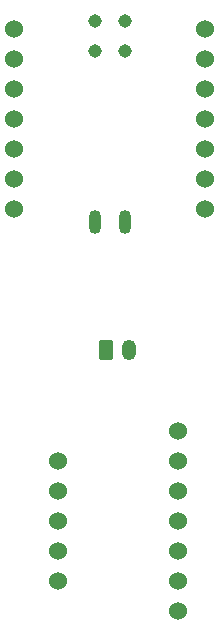
<source format=gbr>
%TF.GenerationSoftware,KiCad,Pcbnew,8.0.1*%
%TF.CreationDate,2024-04-20T15:27:58+02:00*%
%TF.ProjectId,systek_jumpsensor,73797374-656b-45f6-9a75-6d7073656e73,rev?*%
%TF.SameCoordinates,Original*%
%TF.FileFunction,Soldermask,Top*%
%TF.FilePolarity,Negative*%
%FSLAX46Y46*%
G04 Gerber Fmt 4.6, Leading zero omitted, Abs format (unit mm)*
G04 Created by KiCad (PCBNEW 8.0.1) date 2024-04-20 15:27:58*
%MOMM*%
%LPD*%
G01*
G04 APERTURE LIST*
G04 Aperture macros list*
%AMRoundRect*
0 Rectangle with rounded corners*
0 $1 Rounding radius*
0 $2 $3 $4 $5 $6 $7 $8 $9 X,Y pos of 4 corners*
0 Add a 4 corners polygon primitive as box body*
4,1,4,$2,$3,$4,$5,$6,$7,$8,$9,$2,$3,0*
0 Add four circle primitives for the rounded corners*
1,1,$1+$1,$2,$3*
1,1,$1+$1,$4,$5*
1,1,$1+$1,$6,$7*
1,1,$1+$1,$8,$9*
0 Add four rect primitives between the rounded corners*
20,1,$1+$1,$2,$3,$4,$5,0*
20,1,$1+$1,$4,$5,$6,$7,0*
20,1,$1+$1,$6,$7,$8,$9,0*
20,1,$1+$1,$8,$9,$2,$3,0*%
G04 Aperture macros list end*
%ADD10RoundRect,0.250000X-0.350000X-0.625000X0.350000X-0.625000X0.350000X0.625000X-0.350000X0.625000X0*%
%ADD11O,1.200000X1.750000*%
%ADD12C,1.524000*%
%ADD13O,1.016000X2.032000*%
%ADD14C,1.143000*%
G04 APERTURE END LIST*
D10*
%TO.C,J1*%
X146000000Y-104500000D03*
D11*
X148000000Y-104500000D03*
%TD*%
D12*
%TO.C,DY-BMI1*%
X152066000Y-124080000D03*
X152066000Y-113920000D03*
X152066000Y-121540000D03*
X141906000Y-119000000D03*
X141906000Y-121540000D03*
X141906000Y-124080000D03*
X152066000Y-111380000D03*
X152066000Y-119000000D03*
X141906000Y-116460000D03*
X152066000Y-116460000D03*
X141906000Y-113920000D03*
X152066000Y-126620000D03*
%TD*%
%TO.C,U1*%
X138241120Y-77383800D03*
X138241120Y-79923800D03*
X138241120Y-82463800D03*
X138241120Y-85003800D03*
X138241120Y-87543800D03*
X138241120Y-90083800D03*
X138241120Y-92623800D03*
X154405680Y-92623800D03*
X154405680Y-90083800D03*
X154405680Y-87543800D03*
X154405680Y-85003800D03*
X154405680Y-82463800D03*
X154405680Y-79923800D03*
X154405680Y-77383800D03*
D13*
X145108000Y-93701620D03*
X147658000Y-93701620D03*
D14*
X145106803Y-76697433D03*
X147646803Y-76697433D03*
X145106803Y-79237433D03*
X147646803Y-79237433D03*
%TD*%
M02*

</source>
